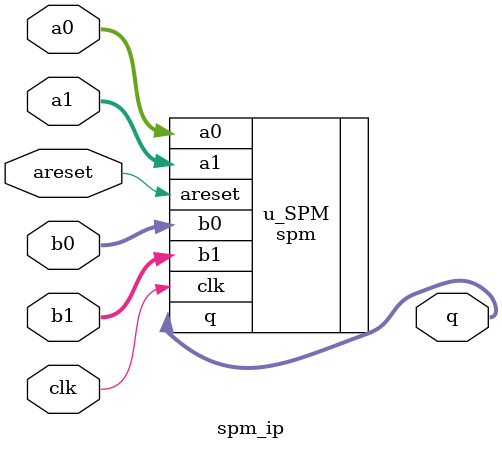
<source format=v>

module spm_ip (
    input wire clk,            // Clock input
    input wire areset,         // Asynchronous reset
    input wire [31:0] a0,      // First input to first multiplier
    input wire [31:0] b0,      // Second input to first multiplier
    input wire [31:0] a1,      // First input to second multiplier
    input wire [31:0] b1,      // Second input to second multiplier
    output wire [31:0] q       // Output of the scalar product
);

    // Instantiate the Scalar Product Module (SPM)
    spm u_SPM (
        .clk(clk),             // Connect clock
        .areset(areset),       // Connect asynchronous reset
        .a0(a0),               // Connect first input of first multiplier
        .b0(b0),               // Connect second input of first multiplier
        .a1(a1),               // Connect first input of second multiplier
        .b1(b1),               // Connect second input of second multiplier
        .q(q)                  // Connect output (result of scalar product)
    );

endmodule


</source>
